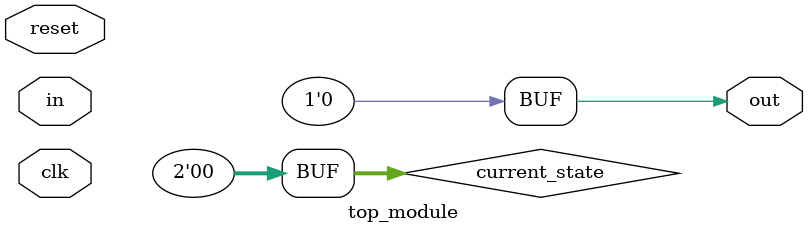
<source format=sv>
module top_module (
	input clk,
	input in,
	input reset,
	output out
);

	// Define states
	typedef enum logic [1:0] {
		A,
		B,
		C,
		D
	} state_t;
	
	// Define current state and next state
	state_t current_state, next_state;
	
	// Assign initial state
	assign current_state = A;
	
	// Sequential logic
	always @(posedge clk or posedge reset) begin
		if (reset == 1'b1) begin
			current_state <= A;
		end else begin
			current_state <= next_state;
		end
	end
	
	// Assign next state based on current state and input
	always_comb begin
		// Default next state is current state
		next_state = current_state;
		
		case (current_state)
			A: begin
				if (in == 1'b1) begin
					next_state = B;
				end
			end
			B: begin
				if (in == 1'b0) begin
					next_state = C;
				end
			end
			C: begin
				if (in == 1'b1) begin
					next_state = D;
				end
			end
			D: begin
				if (in == 1'b0) begin
					next_state = C;
				end
			end
		endcase
	end
	
	// Assign output
	assign out = (current_state == D) ? 1'b1 : 1'b0;
	
endmodule

</source>
